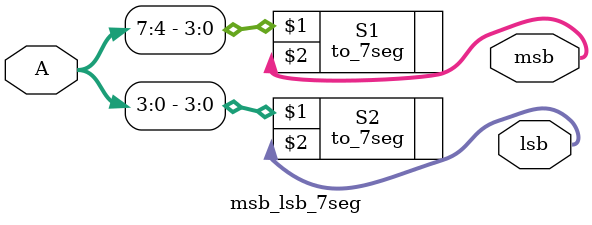
<source format=v>
module msb_lsb_7seg(A, msb, lsb
    );
    input [7:0] A;
    output wire [6:0] msb, lsb;

    to_7seg S1(A[7:4], msb);
    to_7seg S2(A[3:0], lsb);    
endmodule
</source>
